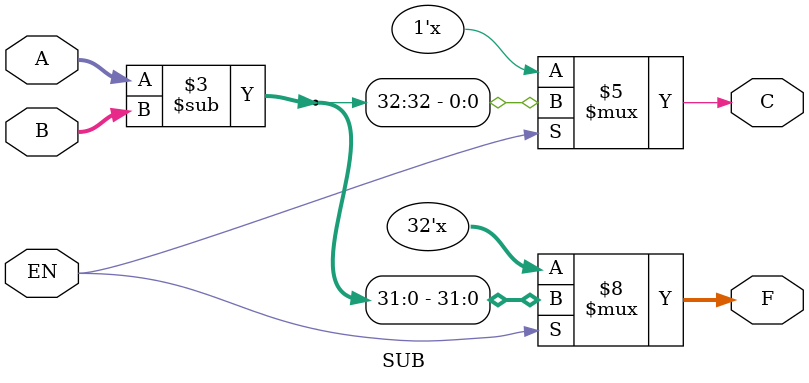
<source format=v>
`timescale 1ns / 1ps


module SUB(
    F,C,A,B,EN
    );
    output reg[31:0]F;
    output reg C;
    input [31:0] A,B;
    input EN;
    
    always @(A,B,EN) begin
        if (EN==0) begin C=1'bz;F=32'bz;end
        else {C,F}=A-B;
    end
endmodule

</source>
